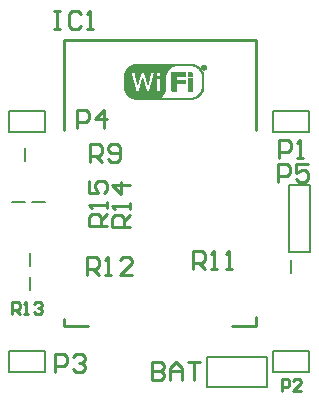
<source format=gto>
G04 Layer_Color=65535*
%FSLAX44Y44*%
%MOMM*%
G71*
G01*
G75*
%ADD31C,0.2000*%
%ADD32C,0.0127*%
%ADD33C,0.2540*%
D31*
X19000Y201500D02*
Y212500D01*
X228300Y226000D02*
Y244000D01*
Y226000D02*
X259000D01*
Y244000D01*
X228300D02*
X259000D01*
X228300Y23000D02*
Y41000D01*
Y23000D02*
X259000D01*
Y41000D01*
X228300D02*
X259000D01*
X35700Y23000D02*
Y41000D01*
X5000D02*
X35700D01*
X5000Y23000D02*
Y41000D01*
Y23000D02*
X35700D01*
Y226000D02*
Y244000D01*
X5000D02*
X35700D01*
X5000Y226000D02*
Y244000D01*
Y226000D02*
X35700D01*
X244000Y106500D02*
Y117500D01*
X242000Y124900D02*
X260000D01*
Y181000D01*
X242000D02*
X260000D01*
X242000Y124900D02*
Y181000D01*
X23000Y92500D02*
Y103500D01*
Y112500D02*
Y123500D01*
X24500Y167000D02*
X35500D01*
X7500D02*
X18500D01*
X172900Y10300D02*
X223700D01*
Y35700D01*
X172900D02*
X223700D01*
X172900Y10300D02*
Y35700D01*
D32*
X112520Y254239D02*
X159510D01*
X111631Y254366D02*
X160526D01*
X110996Y254493D02*
X161034D01*
X110488Y254620D02*
X161542D01*
X110107Y254747D02*
X161923D01*
X109726Y254874D02*
X162304D01*
X109345Y255001D02*
X162685D01*
X109091Y255128D02*
X162939D01*
X108837Y255255D02*
X163193D01*
X159764Y255382D02*
X163447D01*
X108583D02*
X132713D01*
X160653Y255509D02*
X163701D01*
X108329D02*
X132840D01*
X161288Y255636D02*
X163955D01*
X108075D02*
X133094D01*
X161669Y255763D02*
X164209D01*
X107821D02*
X133221D01*
X162050Y255890D02*
X164463D01*
X107567D02*
X133348D01*
X162431Y256017D02*
X164590D01*
X107440D02*
X133475D01*
X162685Y256144D02*
X164844D01*
X107186D02*
X133602D01*
X162939Y256271D02*
X164971D01*
X107059D02*
X133729D01*
X163193Y256398D02*
X165098D01*
X106805D02*
X133856D01*
X163447Y256525D02*
X165352D01*
X106678D02*
X133983D01*
X163701Y256652D02*
X165479D01*
X106551D02*
X134110D01*
X163955Y256779D02*
X165606D01*
X106424D02*
X134237D01*
X164082Y256906D02*
X165733D01*
X106297D02*
X134364D01*
X164336Y257033D02*
X165987D01*
X106043D02*
X134491D01*
X164463Y257160D02*
X166114D01*
X105916D02*
X134618D01*
X164590Y257287D02*
X166241D01*
X105789D02*
X134618D01*
X164844Y257414D02*
X166368D01*
X105662D02*
X134745D01*
X164971Y257541D02*
X166495D01*
X105535D02*
X134872D01*
X165098Y257668D02*
X166622D01*
X105408D02*
X134999D01*
X165225Y257795D02*
X166749D01*
X105281D02*
X135126D01*
X165352Y257922D02*
X166876D01*
X105154D02*
X135126D01*
X165606Y258049D02*
X167003D01*
X105027D02*
X135253D01*
X165733Y258176D02*
X167003D01*
X104900D02*
X135380D01*
X165860Y258303D02*
X167130D01*
X104900D02*
X135380D01*
X165987Y258430D02*
X167257D01*
X104773D02*
X135507D01*
X165987Y258557D02*
X167384D01*
X104646D02*
X135634D01*
X166114Y258684D02*
X167511D01*
X104519D02*
X135634D01*
X166241Y258811D02*
X167511D01*
X104519D02*
X135761D01*
X166368Y258938D02*
X167638D01*
X104392D02*
X135888D01*
X166495Y259065D02*
X167765D01*
X104265D02*
X135888D01*
X166622Y259192D02*
X167892D01*
X104138D02*
X136015D01*
X166622Y259319D02*
X167892D01*
X104138D02*
X136015D01*
X166749Y259446D02*
X168019D01*
X104011D02*
X136142D01*
X166876Y259573D02*
X168146D01*
X103884D02*
X136142D01*
X167003Y259700D02*
X168146D01*
X103884D02*
X136269D01*
X167003Y259827D02*
X168273D01*
X103757D02*
X136269D01*
X167130Y259954D02*
X168273D01*
X103757D02*
X136396D01*
X167257Y260081D02*
X168400D01*
X103630D02*
X136396D01*
X167257Y260208D02*
X168400D01*
X103503D02*
X136523D01*
X167384Y260335D02*
X168527D01*
X103503D02*
X136523D01*
X167384Y260462D02*
X168527D01*
X103376D02*
X136523D01*
X167511Y260589D02*
X168654D01*
X103376D02*
X136650D01*
X167511Y260716D02*
X168654D01*
X103249D02*
X136650D01*
X167638Y260843D02*
X168781D01*
X103249D02*
X136777D01*
X167638Y260970D02*
X168781D01*
X103249D02*
X136777D01*
X167765Y261097D02*
X168908D01*
X103122D02*
X136777D01*
X167765Y261224D02*
X168908D01*
X103122D02*
X136904D01*
X167892Y261351D02*
X169035D01*
X159764D02*
X159891D01*
X157351D02*
X159383D01*
X156843D02*
X157097D01*
X143000D02*
X146175D01*
X132967D02*
X136904D01*
X123823D02*
X129792D01*
X121537D02*
X121791D01*
X121283D02*
X121410D01*
X114679D02*
X121029D01*
X112520D02*
X112647D01*
X102995D02*
X112266D01*
X167892Y261478D02*
X169035D01*
X156589D02*
X159891D01*
X142746D02*
X146175D01*
X132967D02*
X136904D01*
X123823D02*
X129665D01*
X114933D02*
X121029D01*
X102995D02*
X112139D01*
X168019Y261605D02*
X169035D01*
X156589D02*
X159891D01*
X142746D02*
X146175D01*
X132967D02*
X137031D01*
X123950D02*
X129665D01*
X114933D02*
X121029D01*
X102995D02*
X112139D01*
X168019Y261732D02*
X169162D01*
X156589D02*
X159891D01*
X142746D02*
X146175D01*
X132967D02*
X137031D01*
X123950D02*
X129665D01*
X114933D02*
X120902D01*
X102868D02*
X112139D01*
X168019Y261859D02*
X169162D01*
X156589D02*
X159891D01*
X142746D02*
X146175D01*
X132967D02*
X137031D01*
X123950D02*
X129792D01*
X115060D02*
X120902D01*
X102868D02*
X112012D01*
X168146Y261986D02*
X169162D01*
X156589D02*
X159891D01*
X142746D02*
X146175D01*
X132967D02*
X137031D01*
X123950D02*
X129792D01*
X115060D02*
X120902D01*
X102741D02*
X112012D01*
X168146Y262113D02*
X169289D01*
X156589D02*
X159891D01*
X142746D02*
X146175D01*
X132967D02*
X137158D01*
X124077D02*
X129665D01*
X115060D02*
X120775D01*
X102741D02*
X112012D01*
X168146Y262240D02*
X169289D01*
X156589D02*
X159891D01*
X142746D02*
X146175D01*
X132967D02*
X137158D01*
X124077D02*
X129665D01*
X115187D02*
X120775D01*
X102741D02*
X112012D01*
X168273Y262367D02*
X169289D01*
X156589D02*
X159891D01*
X142746D02*
X146175D01*
X132967D02*
X137158D01*
X124077D02*
X129665D01*
X115187D02*
X120775D01*
X102741D02*
X111885D01*
X168273Y262494D02*
X169416D01*
X156589D02*
X159891D01*
X142746D02*
X146175D01*
X132967D02*
X137158D01*
X124077D02*
X129665D01*
X115187D02*
X120775D01*
X102614D02*
X111885D01*
X168273Y262621D02*
X169416D01*
X156589D02*
X159891D01*
X142746D02*
X146175D01*
X132967D02*
X137285D01*
X124204D02*
X129665D01*
X115187D02*
X120648D01*
X102614D02*
X111885D01*
X168400Y262748D02*
X169416D01*
X156589D02*
X159891D01*
X142746D02*
X146175D01*
X132967D02*
X137285D01*
X124204D02*
X129665D01*
X115314D02*
X120648D01*
X102614D02*
X111758D01*
X168400Y262875D02*
X169416D01*
X156589D02*
X159891D01*
X142746D02*
X146175D01*
X132967D02*
X137285D01*
X124204D02*
X129665D01*
X115314D02*
X120648D01*
X102487D02*
X111758D01*
X168400Y263002D02*
X169543D01*
X156589D02*
X159891D01*
X142746D02*
X146175D01*
X132967D02*
X137285D01*
X124331D02*
X129665D01*
X115314D02*
X120521D01*
X102487D02*
X111758D01*
X168400Y263129D02*
X169543D01*
X156589D02*
X159891D01*
X142746D02*
X146175D01*
X132967D02*
X137285D01*
X124331D02*
X129665D01*
X115441D02*
X120521D01*
X102487D02*
X111758D01*
X168527Y263256D02*
X169543D01*
X156589D02*
X159891D01*
X142746D02*
X146175D01*
X132967D02*
X137412D01*
X124331D02*
X129665D01*
X115441D02*
X120521D01*
X102487D02*
X111631D01*
X168527Y263383D02*
X169543D01*
X156589D02*
X159891D01*
X142746D02*
X146175D01*
X132967D02*
X137412D01*
X124331D02*
X129665D01*
X115441D02*
X120521D01*
X102487D02*
X111631D01*
X168527Y263510D02*
X169543D01*
X156589D02*
X159891D01*
X142746D02*
X146175D01*
X132967D02*
X137412D01*
X124458D02*
X129665D01*
X115441D02*
X120394D01*
X102360D02*
X111631D01*
X168527Y263637D02*
X169670D01*
X156589D02*
X159891D01*
X142746D02*
X146175D01*
X132967D02*
X137412D01*
X124458D02*
X129665D01*
X115568D02*
X120394D01*
X102360D02*
X111631D01*
X168527Y263764D02*
X169670D01*
X156589D02*
X159891D01*
X142746D02*
X146175D01*
X132967D02*
X137412D01*
X124458D02*
X129665D01*
X115568D02*
X120394D01*
X102360D02*
X111504D01*
X168654Y263891D02*
X169670D01*
X156589D02*
X159891D01*
X142746D02*
X146175D01*
X132967D02*
X137412D01*
X124458D02*
X129665D01*
X115568D02*
X120267D01*
X102360D02*
X111504D01*
X168654Y264018D02*
X169670D01*
X156589D02*
X159891D01*
X142746D02*
X146175D01*
X132967D02*
X137412D01*
X124585D02*
X129665D01*
X115695D02*
X120267D01*
X102360D02*
X111504D01*
X168654Y264145D02*
X169670D01*
X156589D02*
X159891D01*
X142746D02*
X146175D01*
X132967D02*
X137412D01*
X124585D02*
X129665D01*
X115695D02*
X120267D01*
X102360D02*
X111504D01*
X168654Y264272D02*
X169670D01*
X156589D02*
X159891D01*
X142746D02*
X146175D01*
X132967D02*
X137539D01*
X124585D02*
X129665D01*
X115695D02*
X120140D01*
X102360D02*
X111377D01*
X168654Y264399D02*
X169797D01*
X156589D02*
X159891D01*
X142746D02*
X146175D01*
X132967D02*
X137539D01*
X124585D02*
X129665D01*
X115695D02*
X120140D01*
X102233D02*
X111377D01*
X168654Y264526D02*
X169797D01*
X156589D02*
X159891D01*
X142746D02*
X146175D01*
X132967D02*
X137539D01*
X124712D02*
X129665D01*
X115822D02*
X120140D01*
X102233D02*
X111377D01*
X168654Y264653D02*
X169797D01*
X156589D02*
X159891D01*
X142746D02*
X146175D01*
X132967D02*
X137539D01*
X124712D02*
X129665D01*
X115822D02*
X120140D01*
X102233D02*
X111250D01*
X168654Y264780D02*
X169797D01*
X156589D02*
X159891D01*
X142746D02*
X146175D01*
X132967D02*
X137539D01*
X124712D02*
X129665D01*
X115822D02*
X120013D01*
X102233D02*
X111250D01*
X168654Y264907D02*
X169797D01*
X156589D02*
X159891D01*
X142746D02*
X146175D01*
X132967D02*
X137539D01*
X124712D02*
X129665D01*
X115949D02*
X120013D01*
X102233D02*
X111250D01*
X168654Y265034D02*
X169797D01*
X156589D02*
X159891D01*
X142746D02*
X146175D01*
X132967D02*
X137539D01*
X124839D02*
X129665D01*
X115949D02*
X120013D01*
X102233D02*
X111250D01*
X168654Y265161D02*
X169797D01*
X156589D02*
X159891D01*
X142746D02*
X146175D01*
X132967D02*
X137539D01*
X124839D02*
X129665D01*
X115949D02*
X119886D01*
X102233D02*
X111123D01*
X168654Y265288D02*
X169797D01*
X156589D02*
X159891D01*
X142746D02*
X146175D01*
X132967D02*
X137539D01*
X124839D02*
X129665D01*
X115949D02*
X119886D01*
X102233D02*
X111123D01*
X168654Y265415D02*
X169797D01*
X156589D02*
X159891D01*
X142746D02*
X146175D01*
X132967D02*
X137539D01*
X124966D02*
X129665D01*
X116076D02*
X119886D01*
X102233D02*
X111123D01*
X168654Y265542D02*
X169797D01*
X156589D02*
X159891D01*
X142746D02*
X146175D01*
X132967D02*
X137539D01*
X124966D02*
X129665D01*
X116076D02*
X119886D01*
X102233D02*
X111123D01*
X168654Y265669D02*
X169797D01*
X156589D02*
X159891D01*
X142746D02*
X146175D01*
X132967D02*
X137539D01*
X124966D02*
X129665D01*
X116076D02*
X119759D01*
X102233D02*
X110996D01*
X168654Y265796D02*
X169797D01*
X156589D02*
X159891D01*
X142746D02*
X146175D01*
X132967D02*
X137539D01*
X124966D02*
X129665D01*
X116203D02*
X119759D01*
X102233D02*
X110996D01*
X168654Y265923D02*
X169797D01*
X156589D02*
X159891D01*
X142746D02*
X146175D01*
X132967D02*
X137539D01*
X125093D02*
X129665D01*
X116203D02*
X119759D01*
X102233D02*
X110996D01*
X168654Y266050D02*
X169797D01*
X156589D02*
X159891D01*
X142746D02*
X146175D01*
X132967D02*
X137539D01*
X125093D02*
X129665D01*
X116203D02*
X119759D01*
X102233D02*
X110996D01*
X168654Y266177D02*
X169797D01*
X156589D02*
X159891D01*
X142746D02*
X146175D01*
X132967D02*
X137539D01*
X125093D02*
X129665D01*
X116203D02*
X119632D01*
X102233D02*
X110869D01*
X168654Y266304D02*
X169797D01*
X156589D02*
X159891D01*
X142746D02*
X146175D01*
X132967D02*
X137539D01*
X125093D02*
X129665D01*
X116330D02*
X119632D01*
X102233D02*
X110869D01*
X168654Y266431D02*
X169797D01*
X156589D02*
X159891D01*
X142746D02*
X146175D01*
X132967D02*
X137539D01*
X125220D02*
X129665D01*
X116330D02*
X119632D01*
X102233D02*
X110869D01*
X168654Y266558D02*
X169797D01*
X156589D02*
X159891D01*
X142746D02*
X146175D01*
X132967D02*
X137539D01*
X125220D02*
X129665D01*
X116330D02*
X119505D01*
X102233D02*
X110742D01*
X168654Y266685D02*
X169797D01*
X156589D02*
X159891D01*
X142746D02*
X146175D01*
X132967D02*
X137539D01*
X125220D02*
X129665D01*
X116457D02*
X119505D01*
X102233D02*
X110742D01*
X168654Y266812D02*
X169797D01*
X156589D02*
X159891D01*
X142746D02*
X146175D01*
X132967D02*
X137539D01*
X125220D02*
X129665D01*
X122299D02*
X122426D01*
X116457D02*
X119505D01*
X102233D02*
X110742D01*
X168654Y266939D02*
X169797D01*
X156589D02*
X159891D01*
X142746D02*
X146175D01*
X132967D02*
X137539D01*
X125347D02*
X129665D01*
X122299D02*
X122426D01*
X116457D02*
X119378D01*
X102233D02*
X110742D01*
X168654Y267066D02*
X169797D01*
X156589D02*
X159891D01*
X142746D02*
X146175D01*
X132967D02*
X137539D01*
X125347D02*
X129665D01*
X122299D02*
X122553D01*
X116584D02*
X119378D01*
X102233D02*
X110615D01*
X168654Y267193D02*
X169797D01*
X156589D02*
X159891D01*
X142746D02*
X146175D01*
X132967D02*
X137539D01*
X125347D02*
X129665D01*
X122299D02*
X122553D01*
X116584D02*
X119378D01*
X113663D02*
X113790D01*
X102233D02*
X110615D01*
X168654Y267320D02*
X169797D01*
X156589D02*
X159891D01*
X142746D02*
X146175D01*
X132967D02*
X137539D01*
X125347D02*
X129665D01*
X122172D02*
X122553D01*
X116584D02*
X119378D01*
X113536D02*
X113790D01*
X102233D02*
X110615D01*
X168654Y267447D02*
X169797D01*
X156589D02*
X159891D01*
X142746D02*
X153795D01*
X132967D02*
X137539D01*
X125474D02*
X129665D01*
X122172D02*
X122553D01*
X116584D02*
X119251D01*
X113536D02*
X113790D01*
X102233D02*
X110615D01*
X168654Y267574D02*
X169797D01*
X156589D02*
X159891D01*
X142746D02*
X153795D01*
X132967D02*
X137539D01*
X125474D02*
X129665D01*
X122172D02*
X122680D01*
X116711D02*
X119251D01*
X113536D02*
X113917D01*
X102233D02*
X110488D01*
X168654Y267701D02*
X169797D01*
X156589D02*
X159891D01*
X142746D02*
X153795D01*
X132967D02*
X137539D01*
X125474D02*
X129665D01*
X122045D02*
X122680D01*
X116711D02*
X119251D01*
X113536D02*
X113917D01*
X102233D02*
X110488D01*
X168654Y267828D02*
X169797D01*
X156589D02*
X159891D01*
X142746D02*
X153795D01*
X132967D02*
X137539D01*
X125601D02*
X129665D01*
X122045D02*
X122680D01*
X116711D02*
X119124D01*
X113409D02*
X113917D01*
X102233D02*
X110488D01*
X168654Y267955D02*
X169797D01*
X156589D02*
X159891D01*
X142746D02*
X153795D01*
X132967D02*
X137539D01*
X125601D02*
X129665D01*
X122045D02*
X122680D01*
X116838D02*
X119124D01*
X113409D02*
X113917D01*
X102233D02*
X110361D01*
X168654Y268082D02*
X169797D01*
X156589D02*
X159891D01*
X142746D02*
X153795D01*
X132967D02*
X137539D01*
X125601D02*
X129665D01*
X122045D02*
X122680D01*
X116838D02*
X119124D01*
X113409D02*
X114044D01*
X102233D02*
X110361D01*
X168654Y268209D02*
X169797D01*
X156589D02*
X159891D01*
X142746D02*
X153795D01*
X132967D02*
X137539D01*
X125601D02*
X129665D01*
X121918D02*
X122807D01*
X116838D02*
X119124D01*
X113409D02*
X114044D01*
X102233D02*
X110361D01*
X168654Y268336D02*
X169797D01*
X156589D02*
X159891D01*
X142746D02*
X153795D01*
X132967D02*
X137539D01*
X125728D02*
X129665D01*
X121918D02*
X122807D01*
X116838D02*
X118997D01*
X113409D02*
X114044D01*
X102233D02*
X110361D01*
X168654Y268463D02*
X169797D01*
X156589D02*
X159891D01*
X142746D02*
X153795D01*
X132967D02*
X137539D01*
X125728D02*
X129665D01*
X121918D02*
X122807D01*
X116965D02*
X118997D01*
X113282D02*
X114171D01*
X102233D02*
X110234D01*
X168654Y268590D02*
X169797D01*
X156589D02*
X159891D01*
X142746D02*
X153795D01*
X132967D02*
X137539D01*
X125728D02*
X129665D01*
X121918D02*
X122807D01*
X116965D02*
X118997D01*
X113282D02*
X114171D01*
X102233D02*
X110234D01*
X168654Y268717D02*
X169797D01*
X156589D02*
X159891D01*
X142746D02*
X153795D01*
X132967D02*
X137539D01*
X125728D02*
X129665D01*
X121791D02*
X122934D01*
X116965D02*
X118870D01*
X113282D02*
X114171D01*
X102233D02*
X110234D01*
X168654Y268844D02*
X169797D01*
X156589D02*
X159891D01*
X142746D02*
X153795D01*
X132967D02*
X137539D01*
X125855D02*
X129665D01*
X121791D02*
X122934D01*
X117092D02*
X118870D01*
X113282D02*
X114298D01*
X102233D02*
X110234D01*
X168654Y268971D02*
X169797D01*
X156589D02*
X159891D01*
X142746D02*
X153795D01*
X132967D02*
X137539D01*
X125855D02*
X129665D01*
X121791D02*
X122934D01*
X117092D02*
X118870D01*
X113155D02*
X114298D01*
X102233D02*
X110107D01*
X168654Y269098D02*
X169797D01*
X156589D02*
X159891D01*
X142746D02*
X153795D01*
X132967D02*
X137539D01*
X125855D02*
X129665D01*
X121664D02*
X122934D01*
X117092D02*
X118870D01*
X113155D02*
X114298D01*
X102233D02*
X110107D01*
X168654Y269225D02*
X169797D01*
X156589D02*
X159891D01*
X142746D02*
X153795D01*
X132967D02*
X137539D01*
X125855D02*
X129665D01*
X121664D02*
X123061D01*
X117092D02*
X118743D01*
X113155D02*
X114298D01*
X102233D02*
X110107D01*
X168654Y269352D02*
X169797D01*
X156589D02*
X159891D01*
X142746D02*
X153795D01*
X132967D02*
X137539D01*
X125982D02*
X129665D01*
X121664D02*
X123061D01*
X117219D02*
X118743D01*
X113155D02*
X114425D01*
X102233D02*
X110107D01*
X168654Y269479D02*
X169797D01*
X156589D02*
X159891D01*
X142746D02*
X153795D01*
X132967D02*
X137539D01*
X125982D02*
X129665D01*
X121537D02*
X123061D01*
X117219D02*
X118743D01*
X113155D02*
X114425D01*
X102233D02*
X109980D01*
X168654Y269606D02*
X169797D01*
X156589D02*
X159891D01*
X142746D02*
X153795D01*
X132967D02*
X137539D01*
X125982D02*
X129665D01*
X121537D02*
X123061D01*
X117219D02*
X118616D01*
X113028D02*
X114425D01*
X102233D02*
X109980D01*
X168654Y269733D02*
X169797D01*
X156589D02*
X159891D01*
X142746D02*
X153795D01*
X132967D02*
X137539D01*
X125982D02*
X129665D01*
X121537D02*
X123061D01*
X117346D02*
X118616D01*
X113028D02*
X114552D01*
X102233D02*
X109980D01*
X168654Y269860D02*
X169797D01*
X156589D02*
X159891D01*
X142746D02*
X153795D01*
X132967D02*
X137539D01*
X126109D02*
X129665D01*
X121537D02*
X123188D01*
X117346D02*
X118616D01*
X113028D02*
X114552D01*
X102233D02*
X109853D01*
X168654Y269987D02*
X169797D01*
X156589D02*
X159891D01*
X142746D02*
X153795D01*
X132967D02*
X137539D01*
X126109D02*
X129665D01*
X121410D02*
X123188D01*
X117346D02*
X118616D01*
X113028D02*
X114552D01*
X102233D02*
X109853D01*
X168654Y270114D02*
X169797D01*
X156589D02*
X159891D01*
X142746D02*
X153795D01*
X132967D02*
X137539D01*
X126109D02*
X129665D01*
X121410D02*
X123188D01*
X117346D02*
X118489D01*
X112901D02*
X114552D01*
X102233D02*
X109853D01*
X168654Y270241D02*
X169797D01*
X156589D02*
X159891D01*
X142746D02*
X153795D01*
X132967D02*
X137539D01*
X126236D02*
X129665D01*
X121410D02*
X123188D01*
X117473D02*
X118489D01*
X112901D02*
X114679D01*
X102233D02*
X109853D01*
X168654Y270368D02*
X169797D01*
X156589D02*
X159891D01*
X142746D02*
X153795D01*
X132967D02*
X137539D01*
X126236D02*
X129665D01*
X121283D02*
X123315D01*
X117473D02*
X118489D01*
X112901D02*
X114679D01*
X102233D02*
X109726D01*
X168654Y270495D02*
X169797D01*
X156589D02*
X159891D01*
X142746D02*
X153795D01*
X132967D02*
X137539D01*
X126236D02*
X129665D01*
X121283D02*
X123315D01*
X117473D02*
X118362D01*
X112901D02*
X114679D01*
X102233D02*
X109726D01*
X168654Y270622D02*
X169797D01*
X156589D02*
X159891D01*
X142746D02*
X146175D01*
X132967D02*
X137539D01*
X126236D02*
X129665D01*
X121283D02*
X123315D01*
X117600D02*
X118362D01*
X112901D02*
X114806D01*
X102233D02*
X109726D01*
X168654Y270749D02*
X169797D01*
X156589D02*
X159891D01*
X142746D02*
X146175D01*
X132967D02*
X137539D01*
X126363D02*
X129665D01*
X121283D02*
X123315D01*
X117600D02*
X118362D01*
X112774D02*
X114806D01*
X102233D02*
X109726D01*
X168654Y270876D02*
X169797D01*
X156589D02*
X159891D01*
X142746D02*
X146175D01*
X132967D02*
X137539D01*
X126363D02*
X129665D01*
X121156D02*
X123442D01*
X117600D02*
X118362D01*
X112774D02*
X114806D01*
X102233D02*
X109599D01*
X168654Y271003D02*
X169797D01*
X156589D02*
X159891D01*
X142746D02*
X146175D01*
X132967D02*
X137539D01*
X126363D02*
X129665D01*
X121156D02*
X123442D01*
X117600D02*
X118235D01*
X112774D02*
X114933D01*
X102233D02*
X109599D01*
X168654Y271130D02*
X169797D01*
X156589D02*
X159891D01*
X142746D02*
X146175D01*
X132967D02*
X137539D01*
X126363D02*
X129665D01*
X121156D02*
X123442D01*
X117727D02*
X118235D01*
X112774D02*
X114933D01*
X102233D02*
X109599D01*
X168654Y271257D02*
X169797D01*
X156589D02*
X159891D01*
X142746D02*
X146175D01*
X132967D02*
X137539D01*
X126490D02*
X129792D01*
X121029D02*
X123442D01*
X117727D02*
X118235D01*
X112647D02*
X114933D01*
X102233D02*
X109472D01*
X168654Y271384D02*
X169797D01*
X156589D02*
X159891D01*
X142746D02*
X146175D01*
X132967D02*
X137539D01*
X126490D02*
X129665D01*
X121029D02*
X123442D01*
X117727D02*
X118108D01*
X112647D02*
X114933D01*
X102233D02*
X109472D01*
X168654Y271511D02*
X169797D01*
X156589D02*
X159891D01*
X142746D02*
X146175D01*
X132967D02*
X137539D01*
X126490D02*
X129665D01*
X121029D02*
X123569D01*
X117854D02*
X118108D01*
X112647D02*
X115060D01*
X102233D02*
X109472D01*
X168654Y271638D02*
X169797D01*
X156589D02*
X159891D01*
X142746D02*
X146175D01*
X132967D02*
X137539D01*
X126490D02*
X129665D01*
X121029D02*
X123569D01*
X117854D02*
X118108D01*
X112647D02*
X115060D01*
X102233D02*
X109472D01*
X168654Y271765D02*
X169797D01*
X156589D02*
X159891D01*
X142746D02*
X146175D01*
X132967D02*
X137539D01*
X126617D02*
X129665D01*
X120902D02*
X123569D01*
X117854D02*
X118108D01*
X112647D02*
X115060D01*
X102233D02*
X109345D01*
X168654Y271892D02*
X169797D01*
X156589D02*
X159891D01*
X142746D02*
X146175D01*
X132967D02*
X137539D01*
X126617D02*
X129665D01*
X120902D02*
X123569D01*
X117854D02*
X117981D01*
X112520D02*
X115187D01*
X102233D02*
X109345D01*
X168654Y272019D02*
X169797D01*
X142746D02*
X146175D01*
X126617D02*
X137539D01*
X120902D02*
X123696D01*
X112520D02*
X115187D01*
X102233D02*
X109345D01*
X168654Y272146D02*
X169797D01*
X142746D02*
X146175D01*
X126744D02*
X137539D01*
X120902D02*
X123696D01*
X112520D02*
X115187D01*
X102233D02*
X109345D01*
X168654Y272273D02*
X169797D01*
X142746D02*
X146175D01*
X126744D02*
X137539D01*
X120775D02*
X123696D01*
X112520D02*
X115314D01*
X102233D02*
X109218D01*
X168654Y272400D02*
X169797D01*
X142746D02*
X146175D01*
X126744D02*
X137539D01*
X120775D02*
X123696D01*
X112393D02*
X115314D01*
X102233D02*
X109218D01*
X168654Y272527D02*
X169797D01*
X142746D02*
X146175D01*
X126744D02*
X137539D01*
X120775D02*
X123823D01*
X112393D02*
X115314D01*
X102233D02*
X109218D01*
X168654Y272654D02*
X169797D01*
X142746D02*
X146175D01*
X126871D02*
X137539D01*
X120648D02*
X123823D01*
X112393D02*
X115314D01*
X102233D02*
X109218D01*
X168654Y272781D02*
X169797D01*
X142746D02*
X146175D01*
X126871D02*
X137539D01*
X120648D02*
X123823D01*
X112393D02*
X115441D01*
X102233D02*
X109091D01*
X168654Y272908D02*
X169797D01*
X142746D02*
X146175D01*
X126871D02*
X137539D01*
X120648D02*
X123823D01*
X112266D02*
X115441D01*
X102233D02*
X109091D01*
X168654Y273035D02*
X169797D01*
X142746D02*
X146175D01*
X126871D02*
X137539D01*
X120648D02*
X123950D01*
X112266D02*
X115441D01*
X102233D02*
X109091D01*
X168654Y273162D02*
X169797D01*
X142746D02*
X146175D01*
X126998D02*
X137539D01*
X120521D02*
X123950D01*
X112266D02*
X115568D01*
X102233D02*
X108964D01*
X168654Y273289D02*
X169797D01*
X142746D02*
X146175D01*
X126998D02*
X137539D01*
X120521D02*
X123950D01*
X112266D02*
X115568D01*
X102233D02*
X108964D01*
X168654Y273416D02*
X169797D01*
X158113D02*
X158240D01*
X142746D02*
X146175D01*
X131316D02*
X137539D01*
X126998D02*
X131189D01*
X120521D02*
X123950D01*
X112266D02*
X115568D01*
X102233D02*
X108964D01*
X168654Y273543D02*
X169797D01*
X157605D02*
X159002D01*
X142746D02*
X146175D01*
X132078D02*
X137539D01*
X126998D02*
X130681D01*
X120394D02*
X123950D01*
X112139D02*
X115568D01*
X102233D02*
X108964D01*
X168654Y273670D02*
X169797D01*
X157224D02*
X159256D01*
X142746D02*
X146175D01*
X132332D02*
X137539D01*
X127125D02*
X130427D01*
X120394D02*
X124077D01*
X112139D02*
X115695D01*
X102233D02*
X108837D01*
X168654Y273797D02*
X169670D01*
X157097D02*
X159383D01*
X142746D02*
X154303D01*
X132586D02*
X137539D01*
X127125D02*
X130173D01*
X120394D02*
X124077D01*
X112139D02*
X115695D01*
X102360D02*
X108837D01*
X168654Y273924D02*
X169670D01*
X156970D02*
X159637D01*
X142746D02*
X154430D01*
X132713D02*
X137539D01*
X127125D02*
X130046D01*
X120394D02*
X124077D01*
X112139D02*
X115695D01*
X102360D02*
X108837D01*
X168654Y274051D02*
X169670D01*
X156843D02*
X159764D01*
X142746D02*
X154303D01*
X132840D02*
X137666D01*
X127125D02*
X129919D01*
X120267D02*
X124077D01*
X112012D02*
X115822D01*
X102360D02*
X108837D01*
X168654Y274178D02*
X169670D01*
X156716D02*
X159764D01*
X142746D02*
X154303D01*
X132840D02*
X137666D01*
X127252D02*
X129792D01*
X120267D02*
X124077D01*
X112012D02*
X115822D01*
X102360D02*
X108710D01*
X168527Y274305D02*
X169670D01*
X156589D02*
X159891D01*
X142746D02*
X154303D01*
X132967D02*
X137666D01*
X127252D02*
X129665D01*
X120267D02*
X124204D01*
X112012D02*
X115822D01*
X102360D02*
X108710D01*
X168527Y274432D02*
X169670D01*
X156589D02*
X160018D01*
X142746D02*
X154303D01*
X133094D02*
X137666D01*
X127252D02*
X129665D01*
X120140D02*
X124204D01*
X112012D02*
X115949D01*
X102360D02*
X108710D01*
X168527Y274559D02*
X169670D01*
X156462D02*
X160018D01*
X142746D02*
X154303D01*
X133094D02*
X137666D01*
X127379D02*
X129538D01*
X120140D02*
X124204D01*
X112012D02*
X115949D01*
X102360D02*
X108710D01*
X168527Y274686D02*
X169543D01*
X156462D02*
X160018D01*
X142746D02*
X154303D01*
X133221D02*
X137666D01*
X127379D02*
X129538D01*
X120140D02*
X124204D01*
X111885D02*
X115949D01*
X102487D02*
X108583D01*
X168527Y274813D02*
X169543D01*
X156462D02*
X160145D01*
X142746D02*
X154303D01*
X133221D02*
X137666D01*
X127379D02*
X129538D01*
X120140D02*
X124331D01*
X111885D02*
X115949D01*
X102487D02*
X108583D01*
X168400Y274940D02*
X169543D01*
X156335D02*
X160145D01*
X142746D02*
X154303D01*
X133221D02*
X137793D01*
X127379D02*
X129538D01*
X120013D02*
X124331D01*
X111885D02*
X116076D01*
X102487D02*
X108583D01*
X168400Y275067D02*
X169543D01*
X156335D02*
X160145D01*
X142746D02*
X154303D01*
X133221D02*
X137793D01*
X127506D02*
X129411D01*
X120013D02*
X124331D01*
X111885D02*
X116076D01*
X102487D02*
X108456D01*
X168400Y275194D02*
X169543D01*
X156335D02*
X160145D01*
X142746D02*
X154303D01*
X133221D02*
X137793D01*
X127506D02*
X129411D01*
X120013D02*
X124331D01*
X111758D02*
X116076D01*
X102487D02*
X108456D01*
X168400Y275321D02*
X169416D01*
X156335D02*
X160145D01*
X142746D02*
X154303D01*
X133348D02*
X137793D01*
X127506D02*
X129411D01*
X119886D02*
X124458D01*
X111758D02*
X116203D01*
X102614D02*
X108456D01*
X168273Y275448D02*
X169416D01*
X156335D02*
X160145D01*
X142746D02*
X154303D01*
X133221D02*
X137920D01*
X127506D02*
X129411D01*
X119886D02*
X124458D01*
X111758D02*
X116203D01*
X102614D02*
X108456D01*
X168273Y275575D02*
X169416D01*
X156335D02*
X160145D01*
X142746D02*
X154303D01*
X133221D02*
X137920D01*
X127633D02*
X129411D01*
X119886D02*
X124458D01*
X111758D02*
X116203D01*
X102614D02*
X108329D01*
X168273Y275702D02*
X169289D01*
X156335D02*
X160145D01*
X142746D02*
X154303D01*
X133221D02*
X137920D01*
X127633D02*
X129411D01*
X119886D02*
X124458D01*
X111758D02*
X116203D01*
X102614D02*
X108329D01*
X168273Y275829D02*
X169289D01*
X156462D02*
X160145D01*
X142746D02*
X154303D01*
X133221D02*
X137920D01*
X127633D02*
X129538D01*
X119759D02*
X124585D01*
X111631D02*
X116330D01*
X102741D02*
X108329D01*
X168146Y275956D02*
X169289D01*
X156462D02*
X160145D01*
X142746D02*
X154303D01*
X133221D02*
X138047D01*
X127633D02*
X129538D01*
X119759D02*
X124585D01*
X111631D02*
X116330D01*
X102741D02*
X108329D01*
X168146Y276083D02*
X169289D01*
X156462D02*
X160018D01*
X142746D02*
X154303D01*
X133094D02*
X138047D01*
X127760D02*
X129538D01*
X119759D02*
X124585D01*
X111631D02*
X116330D01*
X102741D02*
X108202D01*
X168019Y276210D02*
X169162D01*
X156589D02*
X160018D01*
X142746D02*
X154303D01*
X133094D02*
X138047D01*
X127760D02*
X129665D01*
X119632D02*
X124585D01*
X111631D02*
X116457D01*
X102868D02*
X108202D01*
X168019Y276337D02*
X169162D01*
X156589D02*
X159891D01*
X142746D02*
X154303D01*
X132967D02*
X138174D01*
X127760D02*
X129665D01*
X119632D02*
X124585D01*
X111504D02*
X116457D01*
X102868D02*
X108202D01*
X168019Y276464D02*
X169035D01*
X156716D02*
X159764D01*
X142746D02*
X154303D01*
X132967D02*
X138174D01*
X127760D02*
X129792D01*
X119632D02*
X124712D01*
X111504D02*
X116457D01*
X102868D02*
X108202D01*
X167892Y276591D02*
X169035D01*
X156843D02*
X159764D01*
X142746D02*
X154430D01*
X132840D02*
X138301D01*
X127887D02*
X129919D01*
X119632D02*
X124712D01*
X111504D02*
X116584D01*
X102995D02*
X108075D01*
X167892Y276718D02*
X169035D01*
X156970D02*
X159637D01*
X142746D02*
X154303D01*
X132713D02*
X138301D01*
X127887D02*
X130046D01*
X119505D02*
X124712D01*
X111504D02*
X116584D01*
X102995D02*
X108075D01*
X167765Y276845D02*
X168908D01*
X157097D02*
X159510D01*
X132586D02*
X138301D01*
X127887D02*
X130173D01*
X127633D02*
X127760D01*
X119505D02*
X124839D01*
X119124D02*
X119378D01*
X118870D02*
X118997D01*
X111123D02*
X116584D01*
X110742D02*
X110996D01*
X108329D02*
X108456D01*
X103122D02*
X108202D01*
X167765Y276972D02*
X168908D01*
X157224D02*
X159256D01*
X132332D02*
X138428D01*
X103122D02*
X130300D01*
X167765Y277099D02*
X168781D01*
X157478D02*
X159002D01*
X132078D02*
X138428D01*
X103122D02*
X130554D01*
X167638Y277226D02*
X168781D01*
X157986D02*
X158494D01*
X131697D02*
X138555D01*
X103249D02*
X131062D01*
X167638Y277353D02*
X168781D01*
X103249D02*
X138555D01*
X167511Y277480D02*
X168654D01*
X103376D02*
X138682D01*
X167384Y277607D02*
X168654D01*
X103376D02*
X138682D01*
X167384Y277734D02*
X168527D01*
X103503D02*
X138809D01*
X167257Y277861D02*
X168527D01*
X103503D02*
X138809D01*
X167257Y277988D02*
X168400D01*
X103630D02*
X138936D01*
X167130Y278115D02*
X168273D01*
X103630D02*
X138936D01*
X167003Y278242D02*
X168273D01*
X103757D02*
X139063D01*
X167003Y278369D02*
X168146D01*
X103884D02*
X139190D01*
X166876Y278496D02*
X168146D01*
X103884D02*
X139190D01*
X166749Y278623D02*
X168019D01*
X104011D02*
X139317D01*
X166749Y278750D02*
X167892D01*
X104011D02*
X139444D01*
X166622Y278877D02*
X167892D01*
X104138D02*
X139444D01*
X166495Y279004D02*
X167765D01*
X104265D02*
X139571D01*
X169416Y279131D02*
X170686D01*
X166368D02*
X167638D01*
X104392D02*
X139698D01*
X169035Y279258D02*
X171067D01*
X166241D02*
X167638D01*
X104392D02*
X139825D01*
X168908Y279385D02*
X171194D01*
X166241D02*
X167511D01*
X104519D02*
X139952D01*
X170559Y279512D02*
X171321D01*
X168654D02*
X169543D01*
X166114D02*
X167384D01*
X104646D02*
X140079D01*
X170813Y279639D02*
X171448D01*
X168527D02*
X169289D01*
X165987D02*
X167257D01*
X104773D02*
X140079D01*
X170940Y279766D02*
X171575D01*
X168400D02*
X169035D01*
X165860D02*
X167130D01*
X104773D02*
X140206D01*
X171194Y279893D02*
X171702D01*
X168400D02*
X168908D01*
X165733D02*
X167130D01*
X104900D02*
X140333D01*
X171321Y280020D02*
X171829D01*
X170432D02*
X170940D01*
X169162D02*
X169543D01*
X168273D02*
X168781D01*
X165606D02*
X167003D01*
X105027D02*
X140460D01*
X171321Y280147D02*
X171829D01*
X170305D02*
X170940D01*
X169162D02*
X169543D01*
X168273D02*
X168654D01*
X165479D02*
X166876D01*
X105154D02*
X140587D01*
X171448Y280274D02*
X171956D01*
X170305D02*
X170813D01*
X169162D02*
X169543D01*
X168146D02*
X168654D01*
X165352D02*
X166749D01*
X105281D02*
X140714D01*
X171448Y280401D02*
X171956D01*
X170178D02*
X170686D01*
X169162D02*
X169543D01*
X168146D02*
X168527D01*
X165225D02*
X166622D01*
X105408D02*
X140841D01*
X171575Y280528D02*
X171956D01*
X170051D02*
X170686D01*
X169162D02*
X169543D01*
X168019D02*
X168527D01*
X164971D02*
X166495D01*
X105535D02*
X141095D01*
X171575Y280655D02*
X171956D01*
X170051D02*
X170559D01*
X169162D02*
X169543D01*
X168019D02*
X168527D01*
X164844D02*
X166368D01*
X105662D02*
X141222D01*
X171575Y280782D02*
X172083D01*
X169797D02*
X170432D01*
X169162D02*
X169543D01*
X168019D02*
X168527D01*
X164717D02*
X166241D01*
X105789D02*
X141349D01*
X171575Y280909D02*
X172083D01*
X169162D02*
X170432D01*
X168019D02*
X168400D01*
X164463D02*
X166114D01*
X105916D02*
X141476D01*
X171575Y281036D02*
X172083D01*
X169162D02*
X170686D01*
X168019D02*
X168527D01*
X164336D02*
X165987D01*
X106043D02*
X141730D01*
X171575Y281163D02*
X172083D01*
X169162D02*
X170813D01*
X168019D02*
X168527D01*
X164082D02*
X165860D01*
X106170D02*
X141857D01*
X171575Y281290D02*
X171956D01*
X170305D02*
X170813D01*
X169162D02*
X169543D01*
X168019D02*
X168527D01*
X163955D02*
X165733D01*
X106297D02*
X142111D01*
X171575Y281417D02*
X171956D01*
X170305D02*
X170813D01*
X169162D02*
X169543D01*
X168019D02*
X168527D01*
X163701D02*
X165479D01*
X106551D02*
X142238D01*
X171575Y281544D02*
X171956D01*
X170305D02*
X170813D01*
X169162D02*
X169543D01*
X168146D02*
X168527D01*
X163574D02*
X165352D01*
X106678D02*
X142492D01*
X171448Y281671D02*
X171956D01*
X170178D02*
X170813D01*
X169162D02*
X169543D01*
X168146D02*
X168654D01*
X163320D02*
X165225D01*
X106805D02*
X142746D01*
X171448Y281798D02*
X171829D01*
X169162D02*
X170813D01*
X168146D02*
X168654D01*
X163066D02*
X164971D01*
X107059D02*
X143000D01*
X171321Y281925D02*
X171829D01*
X169162D02*
X170686D01*
X168273D02*
X168781D01*
X162812D02*
X164844D01*
X107186D02*
X143254D01*
X171194Y282052D02*
X171702D01*
X169162D02*
X170305D01*
X168273D02*
X168781D01*
X162431D02*
X164590D01*
X107313D02*
X143508D01*
X171067Y282179D02*
X171702D01*
X168400D02*
X168908D01*
X162177D02*
X164463D01*
X107567D02*
X143889D01*
X170940Y282306D02*
X171575D01*
X168527D02*
X169162D01*
X161796D02*
X164209D01*
X107821D02*
X144143D01*
X170813Y282433D02*
X171448D01*
X168527D02*
X169289D01*
X161288D02*
X164082D01*
X107948D02*
X144651D01*
X170432Y282560D02*
X171321D01*
X168781D02*
X169670D01*
X160780D02*
X163828D01*
X108202D02*
X145032D01*
X168908Y282687D02*
X171194D01*
X160145D02*
X163574D01*
X108456D02*
X145794D01*
X169035Y282814D02*
X170940D01*
X108710D02*
X163320D01*
X169416Y282941D02*
X170686D01*
X108964D02*
X163066D01*
X109345Y283068D02*
X162685D01*
X109599Y283195D02*
X162431D01*
X109980Y283322D02*
X162050D01*
X110361Y283449D02*
X161669D01*
X110869Y283576D02*
X161161D01*
X111377Y283703D02*
X160653D01*
X112139Y283830D02*
X159891D01*
D33*
X51560Y227950D02*
Y304150D01*
Y61580D02*
Y67930D01*
Y61580D02*
X71880D01*
X193800D02*
X214120D01*
Y69200D01*
Y227950D02*
Y304150D01*
X51560D02*
X214120D01*
X43305Y328402D02*
X48383D01*
X45844D01*
Y313167D01*
X43305D01*
X48383D01*
X66158Y325863D02*
X63618Y328402D01*
X58540D01*
X56001Y325863D01*
Y315706D01*
X58540Y313167D01*
X63618D01*
X66158Y315706D01*
X71236Y313167D02*
X76314D01*
X73775D01*
Y328402D01*
X71236Y325863D01*
X74000Y201000D02*
Y216235D01*
X81617D01*
X84157Y213696D01*
Y208617D01*
X81617Y206078D01*
X74000D01*
X79078D02*
X84157Y201000D01*
X89235Y203539D02*
X91774Y201000D01*
X96853D01*
X99392Y203539D01*
Y213696D01*
X96853Y216235D01*
X91774D01*
X89235Y213696D01*
Y211157D01*
X91774Y208617D01*
X99392D01*
X234000Y204000D02*
Y219235D01*
X241618D01*
X244157Y216696D01*
Y211618D01*
X241618Y209078D01*
X234000D01*
X249235Y204000D02*
X254313D01*
X251774D01*
Y219235D01*
X249235Y216696D01*
X236000Y7000D02*
Y16997D01*
X240998D01*
X242665Y15331D01*
Y11998D01*
X240998Y10332D01*
X236000D01*
X252661Y7000D02*
X245997D01*
X252661Y13664D01*
Y15331D01*
X250995Y16997D01*
X247663D01*
X245997Y15331D01*
X44000Y23000D02*
Y38235D01*
X51617D01*
X54157Y35696D01*
Y30617D01*
X51617Y28078D01*
X44000D01*
X59235Y35696D02*
X61774Y38235D01*
X66853D01*
X69392Y35696D01*
Y33157D01*
X66853Y30617D01*
X64313D01*
X66853D01*
X69392Y28078D01*
Y25539D01*
X66853Y23000D01*
X61774D01*
X59235Y25539D01*
X63000Y230000D02*
Y245235D01*
X70617D01*
X73157Y242696D01*
Y237617D01*
X70617Y235078D01*
X63000D01*
X85853Y230000D02*
Y245235D01*
X78235Y237617D01*
X88392D01*
X233000Y184000D02*
Y199235D01*
X240618D01*
X243157Y196696D01*
Y191618D01*
X240618Y189078D01*
X233000D01*
X258392Y199235D02*
X248235D01*
Y191618D01*
X253313Y194157D01*
X255853D01*
X258392Y191618D01*
Y186539D01*
X255853Y184000D01*
X250774D01*
X248235Y186539D01*
X161000Y110000D02*
Y125235D01*
X168617D01*
X171157Y122696D01*
Y117618D01*
X168617Y115078D01*
X161000D01*
X166078D02*
X171157Y110000D01*
X176235D02*
X181313D01*
X178774D01*
Y125235D01*
X176235Y122696D01*
X188931Y110000D02*
X194009D01*
X191470D01*
Y125235D01*
X188931Y122696D01*
X71000Y105000D02*
Y120235D01*
X78618D01*
X81157Y117696D01*
Y112618D01*
X78618Y110078D01*
X71000D01*
X76078D02*
X81157Y105000D01*
X86235D02*
X91313D01*
X88774D01*
Y120235D01*
X86235Y117696D01*
X109088Y105000D02*
X98931D01*
X109088Y115157D01*
Y117696D01*
X106549Y120235D01*
X101470D01*
X98931Y117696D01*
X8000Y72000D02*
Y81997D01*
X12998D01*
X14664Y80331D01*
Y76998D01*
X12998Y75332D01*
X8000D01*
X11332D02*
X14664Y72000D01*
X17997D02*
X21329D01*
X19663D01*
Y81997D01*
X17997Y80331D01*
X26327D02*
X27994Y81997D01*
X31326D01*
X32992Y80331D01*
Y78664D01*
X31326Y76998D01*
X29660D01*
X31326D01*
X32992Y75332D01*
Y73666D01*
X31326Y72000D01*
X27994D01*
X26327Y73666D01*
X108000Y146000D02*
X92765D01*
Y153617D01*
X95304Y156157D01*
X100382D01*
X102922Y153617D01*
Y146000D01*
Y151078D02*
X108000Y156157D01*
Y161235D02*
Y166313D01*
Y163774D01*
X92765D01*
X95304Y161235D01*
X108000Y181549D02*
X92765D01*
X100382Y173931D01*
Y184088D01*
X87818Y146749D02*
X72583D01*
Y154367D01*
X75123Y156906D01*
X80201D01*
X82740Y154367D01*
Y146749D01*
Y151827D02*
X87818Y156906D01*
Y161984D02*
Y167062D01*
Y164523D01*
X72583D01*
X75123Y161984D01*
X72583Y184837D02*
Y174680D01*
X80201D01*
X77662Y179758D01*
Y182297D01*
X80201Y184837D01*
X85279D01*
X87818Y182297D01*
Y177219D01*
X85279Y174680D01*
X126000Y31235D02*
Y16000D01*
X133617D01*
X136157Y18539D01*
Y21078D01*
X133617Y23617D01*
X126000D01*
X133617D01*
X136157Y26157D01*
Y28696D01*
X133617Y31235D01*
X126000D01*
X141235Y16000D02*
Y26157D01*
X146313Y31235D01*
X151392Y26157D01*
Y16000D01*
Y23617D01*
X141235D01*
X156470Y31235D02*
X166627D01*
X161549D01*
Y16000D01*
M02*

</source>
